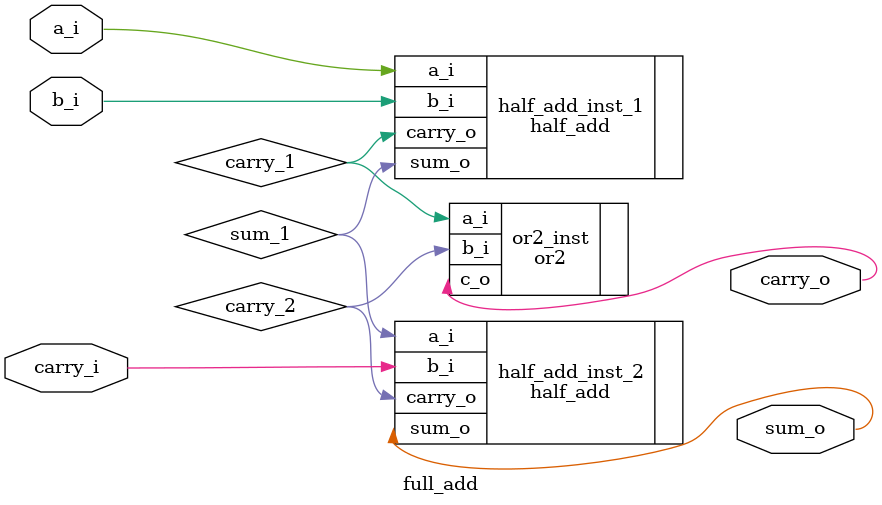
<source format=sv>
module full_add
  (input [0:0] a_i
  ,input [0:0] b_i
  ,input [0:0] carry_i
  ,output [0:0] carry_o
  ,output [0:0] sum_o);

   // Your code here:
  wire [0:0] carry_1;
  wire [0:0] carry_2;

  wire [0:0] sum_1;
  
  half_add
    #()
    half_add_inst_1
     (.a_i(a_i)
    , .b_i(b_i)
    , .carry_o(carry_1)
    , .sum_o(sum_1)
    );
  
  half_add
    #()
    half_add_inst_2
     (.a_i(sum_1)
    , .b_i(carry_i)
    , .carry_o(carry_2)
    , .sum_o(sum_o)
    );

  or2
    #()
    or2_inst
     (.a_i(carry_1)
    , .b_i(carry_2)
    , .c_o(carry_o)
    );
 
endmodule

</source>
